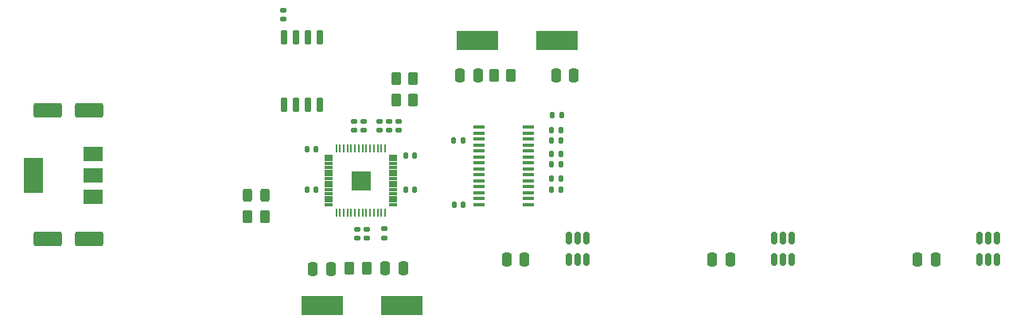
<source format=gbr>
%TF.GenerationSoftware,KiCad,Pcbnew,6.0.5*%
%TF.CreationDate,2022-06-14T18:54:29+02:00*%
%TF.ProjectId,usb host hub,75736220-686f-4737-9420-6875622e6b69,rev?*%
%TF.SameCoordinates,Original*%
%TF.FileFunction,Paste,Top*%
%TF.FilePolarity,Positive*%
%FSLAX46Y46*%
G04 Gerber Fmt 4.6, Leading zero omitted, Abs format (unit mm)*
G04 Created by KiCad (PCBNEW 6.0.5) date 2022-06-14 18:54:29*
%MOMM*%
%LPD*%
G01*
G04 APERTURE LIST*
G04 Aperture macros list*
%AMRoundRect*
0 Rectangle with rounded corners*
0 $1 Rounding radius*
0 $2 $3 $4 $5 $6 $7 $8 $9 X,Y pos of 4 corners*
0 Add a 4 corners polygon primitive as box body*
4,1,4,$2,$3,$4,$5,$6,$7,$8,$9,$2,$3,0*
0 Add four circle primitives for the rounded corners*
1,1,$1+$1,$2,$3*
1,1,$1+$1,$4,$5*
1,1,$1+$1,$6,$7*
1,1,$1+$1,$8,$9*
0 Add four rect primitives between the rounded corners*
20,1,$1+$1,$2,$3,$4,$5,0*
20,1,$1+$1,$4,$5,$6,$7,0*
20,1,$1+$1,$6,$7,$8,$9,0*
20,1,$1+$1,$8,$9,$2,$3,0*%
G04 Aperture macros list end*
%ADD10C,0.010000*%
%ADD11RoundRect,0.020000X-0.080000X-0.400000X0.080000X-0.400000X0.080000X0.400000X-0.080000X0.400000X0*%
%ADD12RoundRect,0.006000X-0.414000X-0.094000X0.414000X-0.094000X0.414000X0.094000X-0.414000X0.094000X0*%
%ADD13RoundRect,0.150000X-0.150000X0.512500X-0.150000X-0.512500X0.150000X-0.512500X0.150000X0.512500X0*%
%ADD14RoundRect,0.135000X-0.135000X-0.185000X0.135000X-0.185000X0.135000X0.185000X-0.135000X0.185000X0*%
%ADD15RoundRect,0.250000X0.250000X0.475000X-0.250000X0.475000X-0.250000X-0.475000X0.250000X-0.475000X0*%
%ADD16RoundRect,0.243750X-0.243750X-0.456250X0.243750X-0.456250X0.243750X0.456250X-0.243750X0.456250X0*%
%ADD17RoundRect,0.140000X0.170000X-0.140000X0.170000X0.140000X-0.170000X0.140000X-0.170000X-0.140000X0*%
%ADD18R,4.500000X2.000000*%
%ADD19RoundRect,0.140000X-0.140000X-0.170000X0.140000X-0.170000X0.140000X0.170000X-0.140000X0.170000X0*%
%ADD20R,1.200000X0.400000*%
%ADD21RoundRect,0.250000X1.250000X0.550000X-1.250000X0.550000X-1.250000X-0.550000X1.250000X-0.550000X0*%
%ADD22RoundRect,0.250000X-0.262500X-0.450000X0.262500X-0.450000X0.262500X0.450000X-0.262500X0.450000X0*%
%ADD23RoundRect,0.250000X-0.250000X-0.475000X0.250000X-0.475000X0.250000X0.475000X-0.250000X0.475000X0*%
%ADD24RoundRect,0.140000X0.140000X0.170000X-0.140000X0.170000X-0.140000X-0.170000X0.140000X-0.170000X0*%
%ADD25RoundRect,0.140000X-0.170000X0.140000X-0.170000X-0.140000X0.170000X-0.140000X0.170000X0.140000X0*%
%ADD26R,2.000000X1.500000*%
%ADD27R,2.000000X3.800000*%
%ADD28RoundRect,0.150000X0.150000X-0.650000X0.150000X0.650000X-0.150000X0.650000X-0.150000X-0.650000X0*%
%ADD29RoundRect,0.250000X-1.250000X-0.550000X1.250000X-0.550000X1.250000X0.550000X-1.250000X0.550000X0*%
%ADD30RoundRect,0.250000X0.262500X0.450000X-0.262500X0.450000X-0.262500X-0.450000X0.262500X-0.450000X0*%
%ADD31RoundRect,0.135000X0.135000X0.185000X-0.135000X0.185000X-0.135000X-0.185000X0.135000X-0.185000X0*%
%ADD32RoundRect,0.135000X-0.185000X0.135000X-0.185000X-0.135000X0.185000X-0.135000X0.185000X0.135000X0*%
G04 APERTURE END LIST*
%TO.C,U1*%
G36*
X89914289Y-78424600D02*
G01*
X87954289Y-78424600D01*
X87954289Y-76464600D01*
X89914289Y-76464600D01*
X89914289Y-78424600D01*
G37*
D10*
X89914289Y-78424600D02*
X87954289Y-78424600D01*
X87954289Y-76464600D01*
X89914289Y-76464600D01*
X89914289Y-78424600D01*
%TD*%
D11*
%TO.C,U1*%
X86334289Y-80879600D03*
X86734289Y-80879600D03*
X87134289Y-80879600D03*
X87534289Y-80879600D03*
X87934289Y-80879600D03*
X88334289Y-80879600D03*
X88734289Y-80879600D03*
X89134289Y-80879600D03*
X89534289Y-80879600D03*
X89934289Y-80879600D03*
X90334289Y-80879600D03*
X90734289Y-80879600D03*
X91134289Y-80879600D03*
X91534289Y-80879600D03*
X91534289Y-74009600D03*
X91134289Y-74009600D03*
X90734289Y-74009600D03*
X90334289Y-74009600D03*
X89934289Y-74009600D03*
X89534289Y-74009600D03*
X89134289Y-74009600D03*
X88734289Y-74009600D03*
X88334289Y-74009600D03*
X87934289Y-74009600D03*
X87534289Y-74009600D03*
X87134289Y-74009600D03*
X86734289Y-74009600D03*
X86334289Y-74009600D03*
D12*
X85499289Y-74844600D03*
X85499289Y-75244600D03*
X85499289Y-75644600D03*
X85499289Y-76044600D03*
X85499289Y-76444600D03*
X85499289Y-76844600D03*
X85499289Y-77244600D03*
X85499289Y-77644600D03*
X85499289Y-78044600D03*
X85499289Y-78444600D03*
X85499289Y-78844600D03*
X85499289Y-79244600D03*
X85499289Y-79644600D03*
X85499289Y-80044600D03*
X92369289Y-80044600D03*
X92369289Y-79644600D03*
X92369289Y-79244600D03*
X92369289Y-78844600D03*
X92369289Y-78444600D03*
X92369289Y-78044600D03*
X92369289Y-77644600D03*
X92369289Y-77244600D03*
X92369289Y-76844600D03*
X92369289Y-76444600D03*
X92369289Y-76044600D03*
X92369289Y-75644600D03*
X92369289Y-75244600D03*
X92369289Y-74844600D03*
%TD*%
D13*
%TO.C,U6*%
X134808000Y-83592900D03*
X133858000Y-83592900D03*
X132908000Y-83592900D03*
X132908000Y-85867900D03*
X133858000Y-85867900D03*
X134808000Y-85867900D03*
%TD*%
D14*
%TO.C,R4*%
X109234200Y-72072500D03*
X110254200Y-72072500D03*
%TD*%
D15*
%TO.C,C1*%
X85744089Y-86868000D03*
X83844089Y-86868000D03*
%TD*%
D16*
%TO.C,D1*%
X76888100Y-78994000D03*
X78763100Y-78994000D03*
%TD*%
D17*
%TO.C,C13*%
X91998800Y-72082600D03*
X91998800Y-71122600D03*
%TD*%
D18*
%TO.C,Y1*%
X84811289Y-90830400D03*
X93311289Y-90830400D03*
%TD*%
D19*
%TO.C,C4*%
X93703200Y-78460600D03*
X94663200Y-78460600D03*
%TD*%
D17*
%TO.C,C6*%
X93014800Y-72082600D03*
X93014800Y-71122600D03*
%TD*%
D20*
%TO.C,U2*%
X106756200Y-80010000D03*
X106756200Y-79375000D03*
X106756200Y-78740000D03*
X106756200Y-78105000D03*
X106756200Y-77470000D03*
X106756200Y-76835000D03*
X106756200Y-76200000D03*
X106756200Y-75565000D03*
X106756200Y-74930000D03*
X106756200Y-74295000D03*
X106756200Y-73660000D03*
X106756200Y-73025000D03*
X106756200Y-72390000D03*
X106756200Y-71755000D03*
X101556200Y-71755000D03*
X101556200Y-72390000D03*
X101556200Y-73025000D03*
X101556200Y-73660000D03*
X101556200Y-74295000D03*
X101556200Y-74930000D03*
X101556200Y-75565000D03*
X101556200Y-76200000D03*
X101556200Y-76835000D03*
X101556200Y-77470000D03*
X101556200Y-78105000D03*
X101556200Y-78740000D03*
X101556200Y-79375000D03*
X101556200Y-80010000D03*
%TD*%
D21*
%TO.C,C15*%
X60010400Y-70002400D03*
X55610400Y-70002400D03*
%TD*%
D22*
%TO.C,R12*%
X103125900Y-66243200D03*
X104950900Y-66243200D03*
%TD*%
D14*
%TO.C,R9*%
X109234200Y-78422500D03*
X110254200Y-78422500D03*
%TD*%
D22*
%TO.C,R2*%
X92686500Y-68826543D03*
X94511500Y-68826543D03*
%TD*%
D23*
%TO.C,C2*%
X91555489Y-86842600D03*
X93455489Y-86842600D03*
%TD*%
D24*
%TO.C,C8*%
X84198400Y-74109743D03*
X83238400Y-74109743D03*
%TD*%
D25*
%TO.C,C10*%
X88544400Y-82621343D03*
X88544400Y-83581343D03*
%TD*%
D17*
%TO.C,C14*%
X90966289Y-72082600D03*
X90966289Y-71122600D03*
%TD*%
D14*
%TO.C,R5*%
X109234200Y-73215500D03*
X110254200Y-73215500D03*
%TD*%
D26*
%TO.C,U4*%
X60452400Y-79211200D03*
X60452400Y-76911200D03*
D27*
X54152400Y-76911200D03*
D26*
X60452400Y-74611200D03*
%TD*%
D23*
%TO.C,C18*%
X109743200Y-66243200D03*
X111643200Y-66243200D03*
%TD*%
D28*
%TO.C,U3*%
X80746600Y-69378543D03*
X82016600Y-69378543D03*
X83286600Y-69378543D03*
X84556600Y-69378543D03*
X84556600Y-62178543D03*
X83286600Y-62178543D03*
X82016600Y-62178543D03*
X80746600Y-62178543D03*
%TD*%
D14*
%TO.C,R8*%
X109234200Y-77279500D03*
X110254200Y-77279500D03*
%TD*%
D15*
%TO.C,C23*%
X150114000Y-85852000D03*
X148214000Y-85852000D03*
%TD*%
D17*
%TO.C,C3*%
X80721200Y-60213343D03*
X80721200Y-59253343D03*
%TD*%
D29*
%TO.C,C16*%
X55610400Y-83718400D03*
X60010400Y-83718400D03*
%TD*%
D24*
%TO.C,C19*%
X99835600Y-80048100D03*
X98875600Y-80048100D03*
%TD*%
D14*
%TO.C,R6*%
X109234200Y-74612500D03*
X110254200Y-74612500D03*
%TD*%
D24*
%TO.C,C20*%
X99810200Y-73215500D03*
X98850200Y-73215500D03*
%TD*%
D30*
%TO.C,R1*%
X89565489Y-86842600D03*
X87740489Y-86842600D03*
%TD*%
D13*
%TO.C,U7*%
X112964000Y-83577000D03*
X112014000Y-83577000D03*
X111064000Y-83577000D03*
X111064000Y-85852000D03*
X112014000Y-85852000D03*
X112964000Y-85852000D03*
%TD*%
D19*
%TO.C,C5*%
X93703200Y-74770143D03*
X94663200Y-74770143D03*
%TD*%
D22*
%TO.C,R3*%
X92686500Y-66540543D03*
X94511500Y-66540543D03*
%TD*%
D18*
%TO.C,Y2*%
X101346000Y-62484000D03*
X109846000Y-62484000D03*
%TD*%
D15*
%TO.C,C21*%
X106360000Y-85852000D03*
X104460000Y-85852000D03*
%TD*%
D13*
%TO.C,U5*%
X156652000Y-83577000D03*
X155702000Y-83577000D03*
X154752000Y-83577000D03*
X154752000Y-85852000D03*
X155702000Y-85852000D03*
X156652000Y-85852000D03*
%TD*%
D15*
%TO.C,C22*%
X128270000Y-85852000D03*
X126370000Y-85852000D03*
%TD*%
D17*
%TO.C,C11*%
X88239600Y-72100543D03*
X88239600Y-71140543D03*
%TD*%
D14*
%TO.C,R7*%
X109234200Y-75755500D03*
X110254200Y-75755500D03*
%TD*%
D31*
%TO.C,R13*%
X110299200Y-70464500D03*
X109279200Y-70464500D03*
%TD*%
D15*
%TO.C,C17*%
X101432400Y-66243200D03*
X99532400Y-66243200D03*
%TD*%
D25*
%TO.C,C12*%
X89611200Y-82621343D03*
X89611200Y-83581343D03*
%TD*%
D24*
%TO.C,C9*%
X84198400Y-78460600D03*
X83238400Y-78460600D03*
%TD*%
D30*
%TO.C,R11*%
X78738100Y-81280000D03*
X76913100Y-81280000D03*
%TD*%
D17*
%TO.C,C7*%
X89255600Y-72100543D03*
X89255600Y-71140543D03*
%TD*%
D32*
%TO.C,R10*%
X91440000Y-82591343D03*
X91440000Y-83611343D03*
%TD*%
M02*

</source>
